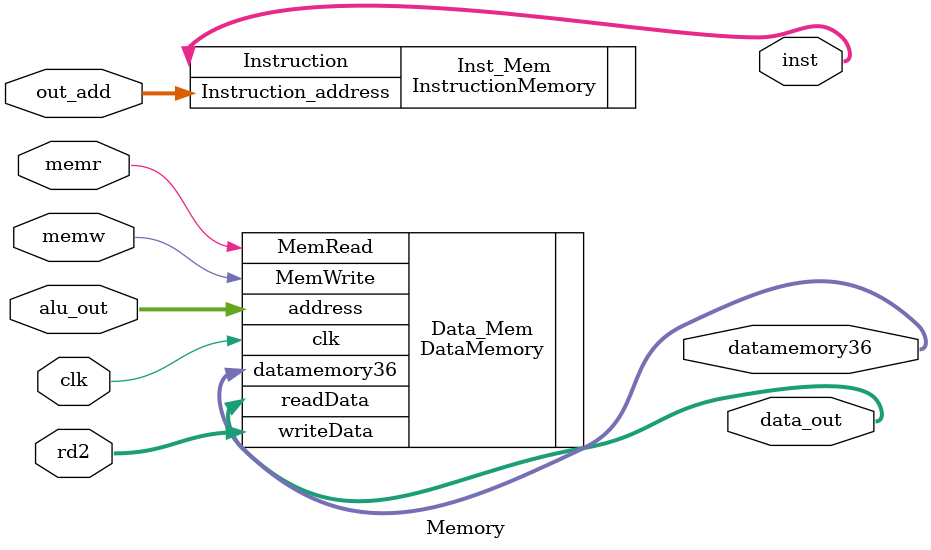
<source format=sv>
module Memory (
    input  var logic [31:0] out_add,
    input  var logic        clk,
    input  var logic        memw, 
    input  var logic        memr,
    input  var logic [31:0] alu_out,
    input  var logic [31:0] rd2,
    output var logic [31:0] data_out,
    output var logic [31:0] inst,
    output var logic [31:0] datamemory36
);

InstructionMemory Inst_Mem ( .Instruction_address (out_add),
	                         .Instruction         (inst)
                           );

DataMemory        Data_Mem ( .clk                 (clk),
                             .MemWrite            (memw), 
                             .MemRead             (memr),
                             .address             (alu_out),
                             .writeData           (rd2),
                             .readData            (data_out),
                             .datamemory36        (datamemory36)
                           );

endmodule
</source>
